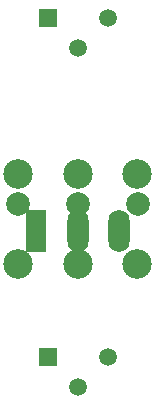
<source format=gbr>
%TF.GenerationSoftware,KiCad,Pcbnew,(5.1.9-0-10_14)*%
%TF.CreationDate,2021-10-27T21:19:31+01:00*%
%TF.ProjectId,Temp~Sensor,54656d70-7e53-4656-9e73-6f722e6b6963,rev?*%
%TF.SameCoordinates,Original*%
%TF.FileFunction,Soldermask,Bot*%
%TF.FilePolarity,Negative*%
%FSLAX46Y46*%
G04 Gerber Fmt 4.6, Leading zero omitted, Abs format (unit mm)*
G04 Created by KiCad (PCBNEW (5.1.9-0-10_14)) date 2021-10-27 21:19:31*
%MOMM*%
%LPD*%
G01*
G04 APERTURE LIST*
%ADD10C,1.520000*%
%ADD11R,1.520000X1.520000*%
%ADD12R,1.800000X3.600000*%
%ADD13O,1.800000X3.600000*%
%ADD14C,2.500000*%
%ADD15C,2.000000*%
G04 APERTURE END LIST*
D10*
%TO.C,U2*%
X132080000Y-109220000D03*
X134620000Y-106680000D03*
D11*
X129540000Y-106680000D03*
%TD*%
D10*
%TO.C,U1*%
X132080000Y-80518000D03*
X134620000Y-77978000D03*
D11*
X129540000Y-77978000D03*
%TD*%
D12*
%TO.C,J1*%
X128524000Y-96012000D03*
D13*
X132024000Y-96012000D03*
X135524000Y-96012000D03*
%TD*%
D14*
%TO.C,J2*%
X137000000Y-98806000D03*
X132000000Y-98806000D03*
X127000000Y-98806000D03*
X137000000Y-91186000D03*
X132000000Y-91186000D03*
X127000000Y-91186000D03*
%TD*%
D15*
%TO.C,J3*%
X137160000Y-98806000D03*
X132080000Y-98806000D03*
X127000000Y-98806000D03*
X137160000Y-93726000D03*
X132080000Y-93726000D03*
X127000000Y-93726000D03*
%TD*%
M02*

</source>
